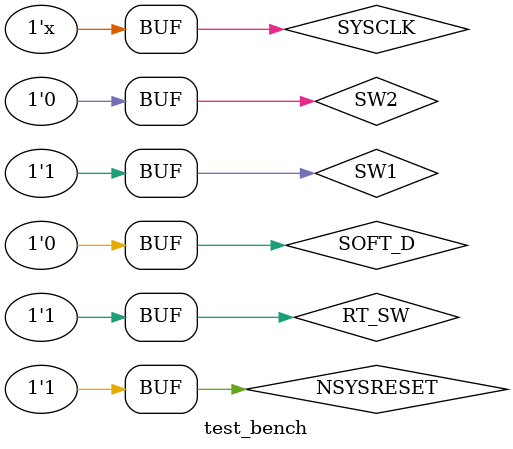
<source format=v>


`timescale 1ns/100ps

module test_bench;

parameter SYSCLK_PERIOD = 10;// 100MHZ

reg SYSCLK;
reg NSYSRESET;

reg SOFT_D;
reg RT_SW;
reg SW1;
reg SW2;

wire outp; 

initial
begin
    SYSCLK = 1'b0;
    NSYSRESET = 1'b0;
	SOFT_D = 1'b0;
	RT_SW = 1'b0;
	SW1 = 1'b0;
	SW2 = 1'b0;
end

//////////////////////////////////////////////////////////////////////
// Reset Pulse
//////////////////////////////////////////////////////////////////////
initial
begin
    #(SYSCLK_PERIOD * 10 )
        NSYSRESET = 1'b1;
	#(SYSCLK_PERIOD * 10)
		SOFT_D = 1'b0;
		RT_SW = 1'b1;
		SW1 = 1'b1;
		SW2 = 1'b0;
end


//////////////////////////////////////////////////////////////////////
// Clock Driver
//////////////////////////////////////////////////////////////////////
always @(SYSCLK)
    #(SYSCLK_PERIOD / 2.0) SYSCLK <= !SYSCLK;


//////////////////////////////////////////////////////////////////////
// Instantiate Unit Under Test:  syn_md_combine
//////////////////////////////////////////////////////////////////////
syn_md_combine syn_md_combine_0 (
    // Inputs
    .soft_d(SOFT_D),
    .rt_sw(RT_SW),
    .sw1(SW1),
    .sw2(SW2),

    // Outputs
    .syn_md_temp( outp )

    // Inouts

);

endmodule


</source>
